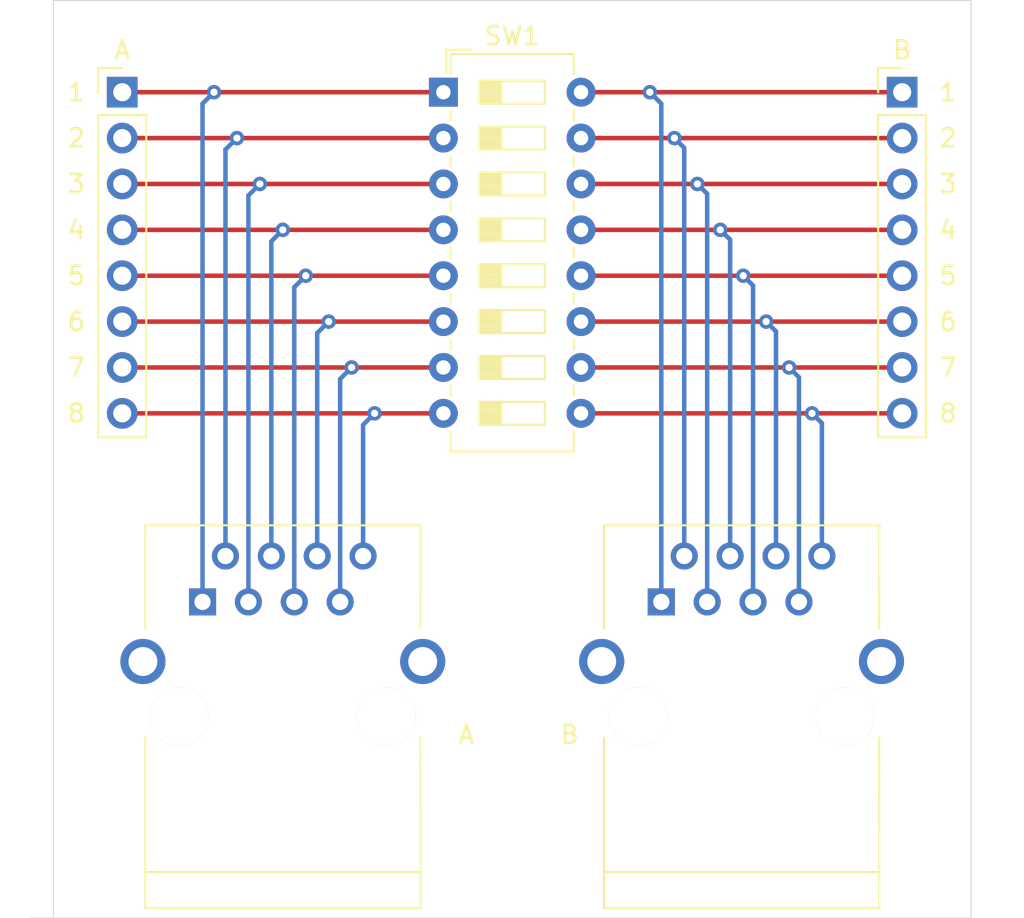
<source format=kicad_pcb>
(kicad_pcb (version 20171130) (host pcbnew 5.1.5-52549c5~84~ubuntu18.04.1)

  (general
    (thickness 1.6)
    (drawings 20)
    (tracks 66)
    (zones 0)
    (modules 5)
    (nets 17)
  )

  (page A4)
  (layers
    (0 F.Cu signal)
    (31 B.Cu signal)
    (32 B.Adhes user)
    (33 F.Adhes user)
    (34 B.Paste user)
    (35 F.Paste user)
    (36 B.SilkS user)
    (37 F.SilkS user)
    (38 B.Mask user)
    (39 F.Mask user)
    (40 Dwgs.User user)
    (41 Cmts.User user)
    (42 Eco1.User user)
    (43 Eco2.User user)
    (44 Edge.Cuts user)
    (45 Margin user)
    (46 B.CrtYd user)
    (47 F.CrtYd user)
    (48 B.Fab user)
    (49 F.Fab user)
  )

  (setup
    (last_trace_width 0.25)
    (trace_clearance 0.2)
    (zone_clearance 0.508)
    (zone_45_only no)
    (trace_min 0.2)
    (via_size 0.8)
    (via_drill 0.4)
    (via_min_size 0.4)
    (via_min_drill 0.3)
    (uvia_size 0.3)
    (uvia_drill 0.1)
    (uvias_allowed no)
    (uvia_min_size 0.2)
    (uvia_min_drill 0.1)
    (edge_width 0.05)
    (segment_width 0.2)
    (pcb_text_width 0.3)
    (pcb_text_size 1.5 1.5)
    (mod_edge_width 0.12)
    (mod_text_size 1 1)
    (mod_text_width 0.15)
    (pad_size 1.524 1.524)
    (pad_drill 0.762)
    (pad_to_mask_clearance 0.051)
    (solder_mask_min_width 0.25)
    (aux_axis_origin 0 0)
    (visible_elements FFFFFF7F)
    (pcbplotparams
      (layerselection 0x010fc_ffffffff)
      (usegerberextensions false)
      (usegerberattributes false)
      (usegerberadvancedattributes true)
      (creategerberjobfile true)
      (excludeedgelayer true)
      (linewidth 0.100000)
      (plotframeref false)
      (viasonmask false)
      (mode 1)
      (useauxorigin false)
      (hpglpennumber 1)
      (hpglpenspeed 20)
      (hpglpendiameter 15.000000)
      (psnegative false)
      (psa4output false)
      (plotreference true)
      (plotvalue true)
      (plotinvisibletext false)
      (padsonsilk false)
      (subtractmaskfromsilk false)
      (outputformat 1)
      (mirror false)
      (drillshape 0)
      (scaleselection 1)
      (outputdirectory "/data/custom/home/jhoersch/interceptor.gerber/"))
  )

  (net 0 "")
  (net 1 "Net-(J1-Pad1)")
  (net 2 "Net-(J1-Pad2)")
  (net 3 "Net-(J1-Pad3)")
  (net 4 "Net-(J1-Pad4)")
  (net 5 "Net-(J1-Pad5)")
  (net 6 "Net-(J1-Pad6)")
  (net 7 "Net-(J2-Pad1)")
  (net 8 "Net-(J2-Pad2)")
  (net 9 "Net-(J2-Pad3)")
  (net 10 "Net-(J2-Pad4)")
  (net 11 "Net-(J2-Pad5)")
  (net 12 "Net-(J2-Pad6)")
  (net 13 "Net-(J1-Pad8)")
  (net 14 "Net-(J1-Pad7)")
  (net 15 "Net-(J2-Pad8)")
  (net 16 "Net-(J2-Pad7)")

  (net_class Default "This is the default net class."
    (clearance 0.2)
    (trace_width 0.25)
    (via_dia 0.8)
    (via_drill 0.4)
    (uvia_dia 0.3)
    (uvia_drill 0.1)
    (add_net "Net-(J1-Pad1)")
    (add_net "Net-(J1-Pad2)")
    (add_net "Net-(J1-Pad3)")
    (add_net "Net-(J1-Pad4)")
    (add_net "Net-(J1-Pad5)")
    (add_net "Net-(J1-Pad6)")
    (add_net "Net-(J1-Pad7)")
    (add_net "Net-(J1-Pad8)")
    (add_net "Net-(J2-Pad1)")
    (add_net "Net-(J2-Pad2)")
    (add_net "Net-(J2-Pad3)")
    (add_net "Net-(J2-Pad4)")
    (add_net "Net-(J2-Pad5)")
    (add_net "Net-(J2-Pad6)")
    (add_net "Net-(J2-Pad7)")
    (add_net "Net-(J2-Pad8)")
  )

  (module Custom-Connectors:MEBP_8-8G (layer F.Cu) (tedit 5945BAB3) (tstamp 5E601C36)
    (at 316.23 306.07 180)
    (descr "RJ45 connector shielded")
    (tags RJ45)
    (path /5E601436)
    (fp_text reference B (at 9.525 7.62 180) (layer F.SilkS)
      (effects (font (size 1 1) (thickness 0.15)))
    )
    (fp_text value RJ45 (at -0.145 8.7106 180) (layer F.Fab)
      (effects (font (size 1 1) (thickness 0.15)))
    )
    (fp_line (start -8.015 -2.4994) (end 8.005 -2.4994) (layer F.CrtYd) (width 0.05))
    (fp_line (start -8.015 -2.4994) (end -8.015 19.5006) (layer F.CrtYd) (width 0.05))
    (fp_line (start 8.005 19.5006) (end 8.005 -2.4994) (layer F.CrtYd) (width 0.05))
    (fp_line (start 8.005 19.5206) (end -8.015 19.5206) (layer F.CrtYd) (width 0.05))
    (fp_line (start 7.615 7.4506) (end 7.615 -1.9994) (layer F.SilkS) (width 0.12))
    (fp_line (start -7.615 7.4406) (end -7.625 -1.9994) (layer F.SilkS) (width 0.12))
    (fp_line (start 7.615 19.2006) (end 7.615 13.5006) (layer F.SilkS) (width 0.12))
    (fp_line (start -7.625 19.2006) (end 7.615 19.2006) (layer F.SilkS) (width 0.12))
    (fp_line (start -7.625 19.2006) (end -7.615 13.5006) (layer F.SilkS) (width 0.12))
    (fp_line (start 7.615 -1.9994) (end -7.625 -1.9994) (layer F.SilkS) (width 0.12))
    (fp_line (start 7.6 0.0006) (end -7.6 0.0006) (layer F.SilkS) (width 0.12))
    (pad 9 thru_hole circle (at -7.745 11.6606) (size 2.5 2.5) (drill 1.6) (layers *.Cu *.Mask))
    (pad 8 thru_hole circle (at -4.445 17.5006) (size 1.5 1.5) (drill 0.9) (layers *.Cu *.Mask)
      (net 15 "Net-(J2-Pad8)"))
    (pad 7 thru_hole circle (at -3.175 14.9606) (size 1.5 1.5) (drill 0.9) (layers *.Cu *.Mask)
      (net 16 "Net-(J2-Pad7)"))
    (pad 6 thru_hole circle (at -1.905 17.5006) (size 1.5 1.5) (drill 0.9) (layers *.Cu *.Mask)
      (net 12 "Net-(J2-Pad6)"))
    (pad 5 thru_hole circle (at -0.635 14.9606) (size 1.5 1.5) (drill 0.9) (layers *.Cu *.Mask)
      (net 11 "Net-(J2-Pad5)"))
    (pad 4 thru_hole circle (at 0.635 17.5006) (size 1.5 1.5) (drill 0.9) (layers *.Cu *.Mask)
      (net 10 "Net-(J2-Pad4)"))
    (pad 3 thru_hole circle (at 1.905 14.9606) (size 1.5 1.5) (drill 0.9) (layers *.Cu *.Mask)
      (net 9 "Net-(J2-Pad3)"))
    (pad 2 thru_hole circle (at 3.175 17.5006) (size 1.5 1.5) (drill 0.9) (layers *.Cu *.Mask)
      (net 8 "Net-(J2-Pad2)"))
    (pad 1 thru_hole rect (at 4.445 14.9606) (size 1.5 1.5) (drill 0.9) (layers *.Cu *.Mask)
      (net 7 "Net-(J2-Pad1)"))
    (pad "" np_thru_hole circle (at 5.715 8.6106) (size 3.25 3.25) (drill 3.25) (layers *.Cu *.SilkS *.Mask))
    (pad "" np_thru_hole circle (at -5.715 8.6106) (size 3.25 3.25) (drill 3.25) (layers *.Cu *.SilkS *.Mask))
    (pad 9 thru_hole circle (at 7.745 11.6606) (size 2.5 2.5) (drill 1.6) (layers *.Cu *.Mask))
    (model Connectors.3dshapes/RJ45_8.wrl
      (offset (xyz 0 -8.585199871063233 0))
      (scale (xyz 0.4 0.4 0.4))
      (rotate (xyz 0 0 180))
    )
  )

  (module Custom-Connectors:MEBP_8-8G (layer F.Cu) (tedit 5945BAB3) (tstamp 5E601C14)
    (at 290.83 306.07 180)
    (descr "RJ45 connector shielded")
    (tags RJ45)
    (path /5E5FC4BB)
    (fp_text reference A (at -10.16 7.62 180) (layer F.SilkS)
      (effects (font (size 1 1) (thickness 0.15)))
    )
    (fp_text value RJ45 (at -0.145 8.7106 270) (layer F.Fab)
      (effects (font (size 1 1) (thickness 0.15)))
    )
    (fp_line (start -8.015 -2.4994) (end 8.005 -2.4994) (layer F.CrtYd) (width 0.05))
    (fp_line (start -8.015 -2.4994) (end -8.015 19.5006) (layer F.CrtYd) (width 0.05))
    (fp_line (start 8.005 19.5006) (end 8.005 -2.4994) (layer F.CrtYd) (width 0.05))
    (fp_line (start 8.005 19.5206) (end -8.015 19.5206) (layer F.CrtYd) (width 0.05))
    (fp_line (start 7.615 7.4506) (end 7.615 -1.9994) (layer F.SilkS) (width 0.12))
    (fp_line (start -7.615 7.4406) (end -7.625 -1.9994) (layer F.SilkS) (width 0.12))
    (fp_line (start 7.615 19.2006) (end 7.615 13.5006) (layer F.SilkS) (width 0.12))
    (fp_line (start -7.625 19.2006) (end 7.615 19.2006) (layer F.SilkS) (width 0.12))
    (fp_line (start -7.625 19.2006) (end -7.615 13.5006) (layer F.SilkS) (width 0.12))
    (fp_line (start 7.615 -1.9994) (end -7.625 -1.9994) (layer F.SilkS) (width 0.12))
    (fp_line (start 7.6 0.0006) (end -7.6 0.0006) (layer F.SilkS) (width 0.12))
    (pad 9 thru_hole circle (at -7.745 11.6606) (size 2.5 2.5) (drill 1.6) (layers *.Cu *.Mask))
    (pad 8 thru_hole circle (at -4.445 17.5006) (size 1.5 1.5) (drill 0.9) (layers *.Cu *.Mask)
      (net 13 "Net-(J1-Pad8)"))
    (pad 7 thru_hole circle (at -3.175 14.9606) (size 1.5 1.5) (drill 0.9) (layers *.Cu *.Mask)
      (net 14 "Net-(J1-Pad7)"))
    (pad 6 thru_hole circle (at -1.905 17.5006) (size 1.5 1.5) (drill 0.9) (layers *.Cu *.Mask)
      (net 6 "Net-(J1-Pad6)"))
    (pad 5 thru_hole circle (at -0.635 14.9606) (size 1.5 1.5) (drill 0.9) (layers *.Cu *.Mask)
      (net 5 "Net-(J1-Pad5)"))
    (pad 4 thru_hole circle (at 0.635 17.5006) (size 1.5 1.5) (drill 0.9) (layers *.Cu *.Mask)
      (net 4 "Net-(J1-Pad4)"))
    (pad 3 thru_hole circle (at 1.905 14.9606) (size 1.5 1.5) (drill 0.9) (layers *.Cu *.Mask)
      (net 3 "Net-(J1-Pad3)"))
    (pad 2 thru_hole circle (at 3.175 17.5006) (size 1.5 1.5) (drill 0.9) (layers *.Cu *.Mask)
      (net 2 "Net-(J1-Pad2)"))
    (pad 1 thru_hole rect (at 4.445 14.9606) (size 1.5 1.5) (drill 0.9) (layers *.Cu *.Mask)
      (net 1 "Net-(J1-Pad1)"))
    (pad "" np_thru_hole circle (at 5.715 8.6106) (size 3.25 3.25) (drill 3.25) (layers *.Cu *.SilkS *.Mask))
    (pad "" np_thru_hole circle (at -5.715 8.6106) (size 3.25 3.25) (drill 3.25) (layers *.Cu *.SilkS *.Mask))
    (pad 9 thru_hole circle (at 7.745 11.6606) (size 2.5 2.5) (drill 1.6) (layers *.Cu *.Mask))
    (model Connectors.3dshapes/RJ45_8.wrl
      (offset (xyz 0 -8.585199871063233 0))
      (scale (xyz 0.4 0.4 0.4))
      (rotate (xyz 0 0 180))
    )
  )

  (module Button_Switch_THT:SW_DIP_SPSTx08_Slide_6.7x21.88mm_W7.62mm_P2.54mm_LowProfile (layer F.Cu) (tedit 5A4E1405) (tstamp 5E6235B6)
    (at 299.72 262.89)
    (descr "8x-dip-switch SPST , Slide, row spacing 7.62 mm (300 mils), body size 6.7x21.88mm (see e.g. https://www.ctscorp.com/wp-content/uploads/209-210.pdf), LowProfile")
    (tags "DIP Switch SPST Slide 7.62mm 300mil LowProfile")
    (path /5E62CD48)
    (fp_text reference SW1 (at 3.81 -3.11) (layer F.SilkS)
      (effects (font (size 1 1) (thickness 0.15)))
    )
    (fp_text value SW_DIP_x08 (at 3.81 20.89) (layer F.Fab)
      (effects (font (size 1 1) (thickness 0.15)))
    )
    (fp_text user on (at 4.485 -1.3425) (layer F.Fab)
      (effects (font (size 0.8 0.8) (thickness 0.12)))
    )
    (fp_text user %R (at 6.39 8.89 90) (layer F.Fab)
      (effects (font (size 0.8 0.8) (thickness 0.12)))
    )
    (fp_line (start 8.7 -2.4) (end -1.1 -2.4) (layer F.CrtYd) (width 0.05))
    (fp_line (start 8.7 20.15) (end 8.7 -2.4) (layer F.CrtYd) (width 0.05))
    (fp_line (start -1.1 20.15) (end 8.7 20.15) (layer F.CrtYd) (width 0.05))
    (fp_line (start -1.1 -2.4) (end -1.1 20.15) (layer F.CrtYd) (width 0.05))
    (fp_line (start 3.206667 17.145) (end 3.206667 18.415) (layer F.SilkS) (width 0.12))
    (fp_line (start 2 18.345) (end 3.206667 18.345) (layer F.SilkS) (width 0.12))
    (fp_line (start 2 18.225) (end 3.206667 18.225) (layer F.SilkS) (width 0.12))
    (fp_line (start 2 18.105) (end 3.206667 18.105) (layer F.SilkS) (width 0.12))
    (fp_line (start 2 17.985) (end 3.206667 17.985) (layer F.SilkS) (width 0.12))
    (fp_line (start 2 17.865) (end 3.206667 17.865) (layer F.SilkS) (width 0.12))
    (fp_line (start 2 17.745) (end 3.206667 17.745) (layer F.SilkS) (width 0.12))
    (fp_line (start 2 17.625) (end 3.206667 17.625) (layer F.SilkS) (width 0.12))
    (fp_line (start 2 17.505) (end 3.206667 17.505) (layer F.SilkS) (width 0.12))
    (fp_line (start 2 17.385) (end 3.206667 17.385) (layer F.SilkS) (width 0.12))
    (fp_line (start 2 17.265) (end 3.206667 17.265) (layer F.SilkS) (width 0.12))
    (fp_line (start 5.62 17.145) (end 2 17.145) (layer F.SilkS) (width 0.12))
    (fp_line (start 5.62 18.415) (end 5.62 17.145) (layer F.SilkS) (width 0.12))
    (fp_line (start 2 18.415) (end 5.62 18.415) (layer F.SilkS) (width 0.12))
    (fp_line (start 2 17.145) (end 2 18.415) (layer F.SilkS) (width 0.12))
    (fp_line (start 3.206667 14.605) (end 3.206667 15.875) (layer F.SilkS) (width 0.12))
    (fp_line (start 2 15.805) (end 3.206667 15.805) (layer F.SilkS) (width 0.12))
    (fp_line (start 2 15.685) (end 3.206667 15.685) (layer F.SilkS) (width 0.12))
    (fp_line (start 2 15.565) (end 3.206667 15.565) (layer F.SilkS) (width 0.12))
    (fp_line (start 2 15.445) (end 3.206667 15.445) (layer F.SilkS) (width 0.12))
    (fp_line (start 2 15.325) (end 3.206667 15.325) (layer F.SilkS) (width 0.12))
    (fp_line (start 2 15.205) (end 3.206667 15.205) (layer F.SilkS) (width 0.12))
    (fp_line (start 2 15.085) (end 3.206667 15.085) (layer F.SilkS) (width 0.12))
    (fp_line (start 2 14.965) (end 3.206667 14.965) (layer F.SilkS) (width 0.12))
    (fp_line (start 2 14.845) (end 3.206667 14.845) (layer F.SilkS) (width 0.12))
    (fp_line (start 2 14.725) (end 3.206667 14.725) (layer F.SilkS) (width 0.12))
    (fp_line (start 5.62 14.605) (end 2 14.605) (layer F.SilkS) (width 0.12))
    (fp_line (start 5.62 15.875) (end 5.62 14.605) (layer F.SilkS) (width 0.12))
    (fp_line (start 2 15.875) (end 5.62 15.875) (layer F.SilkS) (width 0.12))
    (fp_line (start 2 14.605) (end 2 15.875) (layer F.SilkS) (width 0.12))
    (fp_line (start 3.206667 12.065) (end 3.206667 13.335) (layer F.SilkS) (width 0.12))
    (fp_line (start 2 13.265) (end 3.206667 13.265) (layer F.SilkS) (width 0.12))
    (fp_line (start 2 13.145) (end 3.206667 13.145) (layer F.SilkS) (width 0.12))
    (fp_line (start 2 13.025) (end 3.206667 13.025) (layer F.SilkS) (width 0.12))
    (fp_line (start 2 12.905) (end 3.206667 12.905) (layer F.SilkS) (width 0.12))
    (fp_line (start 2 12.785) (end 3.206667 12.785) (layer F.SilkS) (width 0.12))
    (fp_line (start 2 12.665) (end 3.206667 12.665) (layer F.SilkS) (width 0.12))
    (fp_line (start 2 12.545) (end 3.206667 12.545) (layer F.SilkS) (width 0.12))
    (fp_line (start 2 12.425) (end 3.206667 12.425) (layer F.SilkS) (width 0.12))
    (fp_line (start 2 12.305) (end 3.206667 12.305) (layer F.SilkS) (width 0.12))
    (fp_line (start 2 12.185) (end 3.206667 12.185) (layer F.SilkS) (width 0.12))
    (fp_line (start 5.62 12.065) (end 2 12.065) (layer F.SilkS) (width 0.12))
    (fp_line (start 5.62 13.335) (end 5.62 12.065) (layer F.SilkS) (width 0.12))
    (fp_line (start 2 13.335) (end 5.62 13.335) (layer F.SilkS) (width 0.12))
    (fp_line (start 2 12.065) (end 2 13.335) (layer F.SilkS) (width 0.12))
    (fp_line (start 3.206667 9.525) (end 3.206667 10.795) (layer F.SilkS) (width 0.12))
    (fp_line (start 2 10.725) (end 3.206667 10.725) (layer F.SilkS) (width 0.12))
    (fp_line (start 2 10.605) (end 3.206667 10.605) (layer F.SilkS) (width 0.12))
    (fp_line (start 2 10.485) (end 3.206667 10.485) (layer F.SilkS) (width 0.12))
    (fp_line (start 2 10.365) (end 3.206667 10.365) (layer F.SilkS) (width 0.12))
    (fp_line (start 2 10.245) (end 3.206667 10.245) (layer F.SilkS) (width 0.12))
    (fp_line (start 2 10.125) (end 3.206667 10.125) (layer F.SilkS) (width 0.12))
    (fp_line (start 2 10.005) (end 3.206667 10.005) (layer F.SilkS) (width 0.12))
    (fp_line (start 2 9.885) (end 3.206667 9.885) (layer F.SilkS) (width 0.12))
    (fp_line (start 2 9.765) (end 3.206667 9.765) (layer F.SilkS) (width 0.12))
    (fp_line (start 2 9.645) (end 3.206667 9.645) (layer F.SilkS) (width 0.12))
    (fp_line (start 5.62 9.525) (end 2 9.525) (layer F.SilkS) (width 0.12))
    (fp_line (start 5.62 10.795) (end 5.62 9.525) (layer F.SilkS) (width 0.12))
    (fp_line (start 2 10.795) (end 5.62 10.795) (layer F.SilkS) (width 0.12))
    (fp_line (start 2 9.525) (end 2 10.795) (layer F.SilkS) (width 0.12))
    (fp_line (start 3.206667 6.985) (end 3.206667 8.255) (layer F.SilkS) (width 0.12))
    (fp_line (start 2 8.185) (end 3.206667 8.185) (layer F.SilkS) (width 0.12))
    (fp_line (start 2 8.065) (end 3.206667 8.065) (layer F.SilkS) (width 0.12))
    (fp_line (start 2 7.945) (end 3.206667 7.945) (layer F.SilkS) (width 0.12))
    (fp_line (start 2 7.825) (end 3.206667 7.825) (layer F.SilkS) (width 0.12))
    (fp_line (start 2 7.705) (end 3.206667 7.705) (layer F.SilkS) (width 0.12))
    (fp_line (start 2 7.585) (end 3.206667 7.585) (layer F.SilkS) (width 0.12))
    (fp_line (start 2 7.465) (end 3.206667 7.465) (layer F.SilkS) (width 0.12))
    (fp_line (start 2 7.345) (end 3.206667 7.345) (layer F.SilkS) (width 0.12))
    (fp_line (start 2 7.225) (end 3.206667 7.225) (layer F.SilkS) (width 0.12))
    (fp_line (start 2 7.105) (end 3.206667 7.105) (layer F.SilkS) (width 0.12))
    (fp_line (start 5.62 6.985) (end 2 6.985) (layer F.SilkS) (width 0.12))
    (fp_line (start 5.62 8.255) (end 5.62 6.985) (layer F.SilkS) (width 0.12))
    (fp_line (start 2 8.255) (end 5.62 8.255) (layer F.SilkS) (width 0.12))
    (fp_line (start 2 6.985) (end 2 8.255) (layer F.SilkS) (width 0.12))
    (fp_line (start 3.206667 4.445) (end 3.206667 5.715) (layer F.SilkS) (width 0.12))
    (fp_line (start 2 5.645) (end 3.206667 5.645) (layer F.SilkS) (width 0.12))
    (fp_line (start 2 5.525) (end 3.206667 5.525) (layer F.SilkS) (width 0.12))
    (fp_line (start 2 5.405) (end 3.206667 5.405) (layer F.SilkS) (width 0.12))
    (fp_line (start 2 5.285) (end 3.206667 5.285) (layer F.SilkS) (width 0.12))
    (fp_line (start 2 5.165) (end 3.206667 5.165) (layer F.SilkS) (width 0.12))
    (fp_line (start 2 5.045) (end 3.206667 5.045) (layer F.SilkS) (width 0.12))
    (fp_line (start 2 4.925) (end 3.206667 4.925) (layer F.SilkS) (width 0.12))
    (fp_line (start 2 4.805) (end 3.206667 4.805) (layer F.SilkS) (width 0.12))
    (fp_line (start 2 4.685) (end 3.206667 4.685) (layer F.SilkS) (width 0.12))
    (fp_line (start 2 4.565) (end 3.206667 4.565) (layer F.SilkS) (width 0.12))
    (fp_line (start 5.62 4.445) (end 2 4.445) (layer F.SilkS) (width 0.12))
    (fp_line (start 5.62 5.715) (end 5.62 4.445) (layer F.SilkS) (width 0.12))
    (fp_line (start 2 5.715) (end 5.62 5.715) (layer F.SilkS) (width 0.12))
    (fp_line (start 2 4.445) (end 2 5.715) (layer F.SilkS) (width 0.12))
    (fp_line (start 3.206667 1.905) (end 3.206667 3.175) (layer F.SilkS) (width 0.12))
    (fp_line (start 2 3.105) (end 3.206667 3.105) (layer F.SilkS) (width 0.12))
    (fp_line (start 2 2.985) (end 3.206667 2.985) (layer F.SilkS) (width 0.12))
    (fp_line (start 2 2.865) (end 3.206667 2.865) (layer F.SilkS) (width 0.12))
    (fp_line (start 2 2.745) (end 3.206667 2.745) (layer F.SilkS) (width 0.12))
    (fp_line (start 2 2.625) (end 3.206667 2.625) (layer F.SilkS) (width 0.12))
    (fp_line (start 2 2.505) (end 3.206667 2.505) (layer F.SilkS) (width 0.12))
    (fp_line (start 2 2.385) (end 3.206667 2.385) (layer F.SilkS) (width 0.12))
    (fp_line (start 2 2.265) (end 3.206667 2.265) (layer F.SilkS) (width 0.12))
    (fp_line (start 2 2.145) (end 3.206667 2.145) (layer F.SilkS) (width 0.12))
    (fp_line (start 2 2.025) (end 3.206667 2.025) (layer F.SilkS) (width 0.12))
    (fp_line (start 5.62 1.905) (end 2 1.905) (layer F.SilkS) (width 0.12))
    (fp_line (start 5.62 3.175) (end 5.62 1.905) (layer F.SilkS) (width 0.12))
    (fp_line (start 2 3.175) (end 5.62 3.175) (layer F.SilkS) (width 0.12))
    (fp_line (start 2 1.905) (end 2 3.175) (layer F.SilkS) (width 0.12))
    (fp_line (start 3.206667 -0.635) (end 3.206667 0.635) (layer F.SilkS) (width 0.12))
    (fp_line (start 2 0.565) (end 3.206667 0.565) (layer F.SilkS) (width 0.12))
    (fp_line (start 2 0.445) (end 3.206667 0.445) (layer F.SilkS) (width 0.12))
    (fp_line (start 2 0.325) (end 3.206667 0.325) (layer F.SilkS) (width 0.12))
    (fp_line (start 2 0.205) (end 3.206667 0.205) (layer F.SilkS) (width 0.12))
    (fp_line (start 2 0.085) (end 3.206667 0.085) (layer F.SilkS) (width 0.12))
    (fp_line (start 2 -0.035) (end 3.206667 -0.035) (layer F.SilkS) (width 0.12))
    (fp_line (start 2 -0.155) (end 3.206667 -0.155) (layer F.SilkS) (width 0.12))
    (fp_line (start 2 -0.275) (end 3.206667 -0.275) (layer F.SilkS) (width 0.12))
    (fp_line (start 2 -0.395) (end 3.206667 -0.395) (layer F.SilkS) (width 0.12))
    (fp_line (start 2 -0.515) (end 3.206667 -0.515) (layer F.SilkS) (width 0.12))
    (fp_line (start 5.62 -0.635) (end 2 -0.635) (layer F.SilkS) (width 0.12))
    (fp_line (start 5.62 0.635) (end 5.62 -0.635) (layer F.SilkS) (width 0.12))
    (fp_line (start 2 0.635) (end 5.62 0.635) (layer F.SilkS) (width 0.12))
    (fp_line (start 2 -0.635) (end 2 0.635) (layer F.SilkS) (width 0.12))
    (fp_line (start 0.16 -2.35) (end 0.16 -1.04) (layer F.SilkS) (width 0.12))
    (fp_line (start 0.16 -2.35) (end 1.543 -2.35) (layer F.SilkS) (width 0.12))
    (fp_line (start 7.221 0.991) (end 7.221 1.551) (layer F.SilkS) (width 0.12))
    (fp_line (start 7.221 -2.11) (end 7.221 -0.99) (layer F.SilkS) (width 0.12))
    (fp_line (start 7.221 3.531) (end 7.221 4.091) (layer F.SilkS) (width 0.12))
    (fp_line (start 7.221 6.071) (end 7.221 6.631) (layer F.SilkS) (width 0.12))
    (fp_line (start 7.221 8.611) (end 7.221 9.171) (layer F.SilkS) (width 0.12))
    (fp_line (start 7.221 11.151) (end 7.221 11.711) (layer F.SilkS) (width 0.12))
    (fp_line (start 7.221 13.691) (end 7.221 14.251) (layer F.SilkS) (width 0.12))
    (fp_line (start 7.221 16.231) (end 7.221 16.79) (layer F.SilkS) (width 0.12))
    (fp_line (start 7.221 18.771) (end 7.221 19.891) (layer F.SilkS) (width 0.12))
    (fp_line (start 0.4 18.77) (end 0.4 19.891) (layer F.SilkS) (width 0.12))
    (fp_line (start 0.4 16.23) (end 0.4 16.79) (layer F.SilkS) (width 0.12))
    (fp_line (start 0.4 13.69) (end 0.4 14.25) (layer F.SilkS) (width 0.12))
    (fp_line (start 0.4 11.15) (end 0.4 11.71) (layer F.SilkS) (width 0.12))
    (fp_line (start 0.4 8.61) (end 0.4 9.17) (layer F.SilkS) (width 0.12))
    (fp_line (start 0.4 6.07) (end 0.4 6.631) (layer F.SilkS) (width 0.12))
    (fp_line (start 0.4 3.53) (end 0.4 4.091) (layer F.SilkS) (width 0.12))
    (fp_line (start 0.4 1.04) (end 0.4 1.551) (layer F.SilkS) (width 0.12))
    (fp_line (start 0.4 -2.11) (end 0.4 -1.04) (layer F.SilkS) (width 0.12))
    (fp_line (start 0.4 19.891) (end 7.221 19.891) (layer F.SilkS) (width 0.12))
    (fp_line (start 0.4 -2.11) (end 7.221 -2.11) (layer F.SilkS) (width 0.12))
    (fp_line (start 3.206667 17.145) (end 3.206667 18.415) (layer F.Fab) (width 0.1))
    (fp_line (start 2 18.345) (end 3.206667 18.345) (layer F.Fab) (width 0.1))
    (fp_line (start 2 18.245) (end 3.206667 18.245) (layer F.Fab) (width 0.1))
    (fp_line (start 2 18.145) (end 3.206667 18.145) (layer F.Fab) (width 0.1))
    (fp_line (start 2 18.045) (end 3.206667 18.045) (layer F.Fab) (width 0.1))
    (fp_line (start 2 17.945) (end 3.206667 17.945) (layer F.Fab) (width 0.1))
    (fp_line (start 2 17.845) (end 3.206667 17.845) (layer F.Fab) (width 0.1))
    (fp_line (start 2 17.745) (end 3.206667 17.745) (layer F.Fab) (width 0.1))
    (fp_line (start 2 17.645) (end 3.206667 17.645) (layer F.Fab) (width 0.1))
    (fp_line (start 2 17.545) (end 3.206667 17.545) (layer F.Fab) (width 0.1))
    (fp_line (start 2 17.445) (end 3.206667 17.445) (layer F.Fab) (width 0.1))
    (fp_line (start 2 17.345) (end 3.206667 17.345) (layer F.Fab) (width 0.1))
    (fp_line (start 2 17.245) (end 3.206667 17.245) (layer F.Fab) (width 0.1))
    (fp_line (start 5.62 17.145) (end 2 17.145) (layer F.Fab) (width 0.1))
    (fp_line (start 5.62 18.415) (end 5.62 17.145) (layer F.Fab) (width 0.1))
    (fp_line (start 2 18.415) (end 5.62 18.415) (layer F.Fab) (width 0.1))
    (fp_line (start 2 17.145) (end 2 18.415) (layer F.Fab) (width 0.1))
    (fp_line (start 3.206667 14.605) (end 3.206667 15.875) (layer F.Fab) (width 0.1))
    (fp_line (start 2 15.805) (end 3.206667 15.805) (layer F.Fab) (width 0.1))
    (fp_line (start 2 15.705) (end 3.206667 15.705) (layer F.Fab) (width 0.1))
    (fp_line (start 2 15.605) (end 3.206667 15.605) (layer F.Fab) (width 0.1))
    (fp_line (start 2 15.505) (end 3.206667 15.505) (layer F.Fab) (width 0.1))
    (fp_line (start 2 15.405) (end 3.206667 15.405) (layer F.Fab) (width 0.1))
    (fp_line (start 2 15.305) (end 3.206667 15.305) (layer F.Fab) (width 0.1))
    (fp_line (start 2 15.205) (end 3.206667 15.205) (layer F.Fab) (width 0.1))
    (fp_line (start 2 15.105) (end 3.206667 15.105) (layer F.Fab) (width 0.1))
    (fp_line (start 2 15.005) (end 3.206667 15.005) (layer F.Fab) (width 0.1))
    (fp_line (start 2 14.905) (end 3.206667 14.905) (layer F.Fab) (width 0.1))
    (fp_line (start 2 14.805) (end 3.206667 14.805) (layer F.Fab) (width 0.1))
    (fp_line (start 2 14.705) (end 3.206667 14.705) (layer F.Fab) (width 0.1))
    (fp_line (start 5.62 14.605) (end 2 14.605) (layer F.Fab) (width 0.1))
    (fp_line (start 5.62 15.875) (end 5.62 14.605) (layer F.Fab) (width 0.1))
    (fp_line (start 2 15.875) (end 5.62 15.875) (layer F.Fab) (width 0.1))
    (fp_line (start 2 14.605) (end 2 15.875) (layer F.Fab) (width 0.1))
    (fp_line (start 3.206667 12.065) (end 3.206667 13.335) (layer F.Fab) (width 0.1))
    (fp_line (start 2 13.265) (end 3.206667 13.265) (layer F.Fab) (width 0.1))
    (fp_line (start 2 13.165) (end 3.206667 13.165) (layer F.Fab) (width 0.1))
    (fp_line (start 2 13.065) (end 3.206667 13.065) (layer F.Fab) (width 0.1))
    (fp_line (start 2 12.965) (end 3.206667 12.965) (layer F.Fab) (width 0.1))
    (fp_line (start 2 12.865) (end 3.206667 12.865) (layer F.Fab) (width 0.1))
    (fp_line (start 2 12.765) (end 3.206667 12.765) (layer F.Fab) (width 0.1))
    (fp_line (start 2 12.665) (end 3.206667 12.665) (layer F.Fab) (width 0.1))
    (fp_line (start 2 12.565) (end 3.206667 12.565) (layer F.Fab) (width 0.1))
    (fp_line (start 2 12.465) (end 3.206667 12.465) (layer F.Fab) (width 0.1))
    (fp_line (start 2 12.365) (end 3.206667 12.365) (layer F.Fab) (width 0.1))
    (fp_line (start 2 12.265) (end 3.206667 12.265) (layer F.Fab) (width 0.1))
    (fp_line (start 2 12.165) (end 3.206667 12.165) (layer F.Fab) (width 0.1))
    (fp_line (start 5.62 12.065) (end 2 12.065) (layer F.Fab) (width 0.1))
    (fp_line (start 5.62 13.335) (end 5.62 12.065) (layer F.Fab) (width 0.1))
    (fp_line (start 2 13.335) (end 5.62 13.335) (layer F.Fab) (width 0.1))
    (fp_line (start 2 12.065) (end 2 13.335) (layer F.Fab) (width 0.1))
    (fp_line (start 3.206667 9.525) (end 3.206667 10.795) (layer F.Fab) (width 0.1))
    (fp_line (start 2 10.725) (end 3.206667 10.725) (layer F.Fab) (width 0.1))
    (fp_line (start 2 10.625) (end 3.206667 10.625) (layer F.Fab) (width 0.1))
    (fp_line (start 2 10.525) (end 3.206667 10.525) (layer F.Fab) (width 0.1))
    (fp_line (start 2 10.425) (end 3.206667 10.425) (layer F.Fab) (width 0.1))
    (fp_line (start 2 10.325) (end 3.206667 10.325) (layer F.Fab) (width 0.1))
    (fp_line (start 2 10.225) (end 3.206667 10.225) (layer F.Fab) (width 0.1))
    (fp_line (start 2 10.125) (end 3.206667 10.125) (layer F.Fab) (width 0.1))
    (fp_line (start 2 10.025) (end 3.206667 10.025) (layer F.Fab) (width 0.1))
    (fp_line (start 2 9.925) (end 3.206667 9.925) (layer F.Fab) (width 0.1))
    (fp_line (start 2 9.825) (end 3.206667 9.825) (layer F.Fab) (width 0.1))
    (fp_line (start 2 9.725) (end 3.206667 9.725) (layer F.Fab) (width 0.1))
    (fp_line (start 2 9.625) (end 3.206667 9.625) (layer F.Fab) (width 0.1))
    (fp_line (start 5.62 9.525) (end 2 9.525) (layer F.Fab) (width 0.1))
    (fp_line (start 5.62 10.795) (end 5.62 9.525) (layer F.Fab) (width 0.1))
    (fp_line (start 2 10.795) (end 5.62 10.795) (layer F.Fab) (width 0.1))
    (fp_line (start 2 9.525) (end 2 10.795) (layer F.Fab) (width 0.1))
    (fp_line (start 3.206667 6.985) (end 3.206667 8.255) (layer F.Fab) (width 0.1))
    (fp_line (start 2 8.185) (end 3.206667 8.185) (layer F.Fab) (width 0.1))
    (fp_line (start 2 8.085) (end 3.206667 8.085) (layer F.Fab) (width 0.1))
    (fp_line (start 2 7.985) (end 3.206667 7.985) (layer F.Fab) (width 0.1))
    (fp_line (start 2 7.885) (end 3.206667 7.885) (layer F.Fab) (width 0.1))
    (fp_line (start 2 7.785) (end 3.206667 7.785) (layer F.Fab) (width 0.1))
    (fp_line (start 2 7.685) (end 3.206667 7.685) (layer F.Fab) (width 0.1))
    (fp_line (start 2 7.585) (end 3.206667 7.585) (layer F.Fab) (width 0.1))
    (fp_line (start 2 7.485) (end 3.206667 7.485) (layer F.Fab) (width 0.1))
    (fp_line (start 2 7.385) (end 3.206667 7.385) (layer F.Fab) (width 0.1))
    (fp_line (start 2 7.285) (end 3.206667 7.285) (layer F.Fab) (width 0.1))
    (fp_line (start 2 7.185) (end 3.206667 7.185) (layer F.Fab) (width 0.1))
    (fp_line (start 2 7.085) (end 3.206667 7.085) (layer F.Fab) (width 0.1))
    (fp_line (start 5.62 6.985) (end 2 6.985) (layer F.Fab) (width 0.1))
    (fp_line (start 5.62 8.255) (end 5.62 6.985) (layer F.Fab) (width 0.1))
    (fp_line (start 2 8.255) (end 5.62 8.255) (layer F.Fab) (width 0.1))
    (fp_line (start 2 6.985) (end 2 8.255) (layer F.Fab) (width 0.1))
    (fp_line (start 3.206667 4.445) (end 3.206667 5.715) (layer F.Fab) (width 0.1))
    (fp_line (start 2 5.645) (end 3.206667 5.645) (layer F.Fab) (width 0.1))
    (fp_line (start 2 5.545) (end 3.206667 5.545) (layer F.Fab) (width 0.1))
    (fp_line (start 2 5.445) (end 3.206667 5.445) (layer F.Fab) (width 0.1))
    (fp_line (start 2 5.345) (end 3.206667 5.345) (layer F.Fab) (width 0.1))
    (fp_line (start 2 5.245) (end 3.206667 5.245) (layer F.Fab) (width 0.1))
    (fp_line (start 2 5.145) (end 3.206667 5.145) (layer F.Fab) (width 0.1))
    (fp_line (start 2 5.045) (end 3.206667 5.045) (layer F.Fab) (width 0.1))
    (fp_line (start 2 4.945) (end 3.206667 4.945) (layer F.Fab) (width 0.1))
    (fp_line (start 2 4.845) (end 3.206667 4.845) (layer F.Fab) (width 0.1))
    (fp_line (start 2 4.745) (end 3.206667 4.745) (layer F.Fab) (width 0.1))
    (fp_line (start 2 4.645) (end 3.206667 4.645) (layer F.Fab) (width 0.1))
    (fp_line (start 2 4.545) (end 3.206667 4.545) (layer F.Fab) (width 0.1))
    (fp_line (start 5.62 4.445) (end 2 4.445) (layer F.Fab) (width 0.1))
    (fp_line (start 5.62 5.715) (end 5.62 4.445) (layer F.Fab) (width 0.1))
    (fp_line (start 2 5.715) (end 5.62 5.715) (layer F.Fab) (width 0.1))
    (fp_line (start 2 4.445) (end 2 5.715) (layer F.Fab) (width 0.1))
    (fp_line (start 3.206667 1.905) (end 3.206667 3.175) (layer F.Fab) (width 0.1))
    (fp_line (start 2 3.105) (end 3.206667 3.105) (layer F.Fab) (width 0.1))
    (fp_line (start 2 3.005) (end 3.206667 3.005) (layer F.Fab) (width 0.1))
    (fp_line (start 2 2.905) (end 3.206667 2.905) (layer F.Fab) (width 0.1))
    (fp_line (start 2 2.805) (end 3.206667 2.805) (layer F.Fab) (width 0.1))
    (fp_line (start 2 2.705) (end 3.206667 2.705) (layer F.Fab) (width 0.1))
    (fp_line (start 2 2.605) (end 3.206667 2.605) (layer F.Fab) (width 0.1))
    (fp_line (start 2 2.505) (end 3.206667 2.505) (layer F.Fab) (width 0.1))
    (fp_line (start 2 2.405) (end 3.206667 2.405) (layer F.Fab) (width 0.1))
    (fp_line (start 2 2.305) (end 3.206667 2.305) (layer F.Fab) (width 0.1))
    (fp_line (start 2 2.205) (end 3.206667 2.205) (layer F.Fab) (width 0.1))
    (fp_line (start 2 2.105) (end 3.206667 2.105) (layer F.Fab) (width 0.1))
    (fp_line (start 2 2.005) (end 3.206667 2.005) (layer F.Fab) (width 0.1))
    (fp_line (start 5.62 1.905) (end 2 1.905) (layer F.Fab) (width 0.1))
    (fp_line (start 5.62 3.175) (end 5.62 1.905) (layer F.Fab) (width 0.1))
    (fp_line (start 2 3.175) (end 5.62 3.175) (layer F.Fab) (width 0.1))
    (fp_line (start 2 1.905) (end 2 3.175) (layer F.Fab) (width 0.1))
    (fp_line (start 3.206667 -0.635) (end 3.206667 0.635) (layer F.Fab) (width 0.1))
    (fp_line (start 2 0.565) (end 3.206667 0.565) (layer F.Fab) (width 0.1))
    (fp_line (start 2 0.465) (end 3.206667 0.465) (layer F.Fab) (width 0.1))
    (fp_line (start 2 0.365) (end 3.206667 0.365) (layer F.Fab) (width 0.1))
    (fp_line (start 2 0.265) (end 3.206667 0.265) (layer F.Fab) (width 0.1))
    (fp_line (start 2 0.165) (end 3.206667 0.165) (layer F.Fab) (width 0.1))
    (fp_line (start 2 0.065) (end 3.206667 0.065) (layer F.Fab) (width 0.1))
    (fp_line (start 2 -0.035) (end 3.206667 -0.035) (layer F.Fab) (width 0.1))
    (fp_line (start 2 -0.135) (end 3.206667 -0.135) (layer F.Fab) (width 0.1))
    (fp_line (start 2 -0.235) (end 3.206667 -0.235) (layer F.Fab) (width 0.1))
    (fp_line (start 2 -0.335) (end 3.206667 -0.335) (layer F.Fab) (width 0.1))
    (fp_line (start 2 -0.435) (end 3.206667 -0.435) (layer F.Fab) (width 0.1))
    (fp_line (start 2 -0.535) (end 3.206667 -0.535) (layer F.Fab) (width 0.1))
    (fp_line (start 5.62 -0.635) (end 2 -0.635) (layer F.Fab) (width 0.1))
    (fp_line (start 5.62 0.635) (end 5.62 -0.635) (layer F.Fab) (width 0.1))
    (fp_line (start 2 0.635) (end 5.62 0.635) (layer F.Fab) (width 0.1))
    (fp_line (start 2 -0.635) (end 2 0.635) (layer F.Fab) (width 0.1))
    (fp_line (start 0.46 -1.05) (end 1.46 -2.05) (layer F.Fab) (width 0.1))
    (fp_line (start 0.46 19.83) (end 0.46 -1.05) (layer F.Fab) (width 0.1))
    (fp_line (start 7.16 19.83) (end 0.46 19.83) (layer F.Fab) (width 0.1))
    (fp_line (start 7.16 -2.05) (end 7.16 19.83) (layer F.Fab) (width 0.1))
    (fp_line (start 1.46 -2.05) (end 7.16 -2.05) (layer F.Fab) (width 0.1))
    (pad 16 thru_hole oval (at 7.62 0) (size 1.6 1.6) (drill 0.8) (layers *.Cu *.Mask)
      (net 7 "Net-(J2-Pad1)"))
    (pad 8 thru_hole oval (at 0 17.78) (size 1.6 1.6) (drill 0.8) (layers *.Cu *.Mask)
      (net 13 "Net-(J1-Pad8)"))
    (pad 15 thru_hole oval (at 7.62 2.54) (size 1.6 1.6) (drill 0.8) (layers *.Cu *.Mask)
      (net 8 "Net-(J2-Pad2)"))
    (pad 7 thru_hole oval (at 0 15.24) (size 1.6 1.6) (drill 0.8) (layers *.Cu *.Mask)
      (net 14 "Net-(J1-Pad7)"))
    (pad 14 thru_hole oval (at 7.62 5.08) (size 1.6 1.6) (drill 0.8) (layers *.Cu *.Mask)
      (net 9 "Net-(J2-Pad3)"))
    (pad 6 thru_hole oval (at 0 12.7) (size 1.6 1.6) (drill 0.8) (layers *.Cu *.Mask)
      (net 6 "Net-(J1-Pad6)"))
    (pad 13 thru_hole oval (at 7.62 7.62) (size 1.6 1.6) (drill 0.8) (layers *.Cu *.Mask)
      (net 10 "Net-(J2-Pad4)"))
    (pad 5 thru_hole oval (at 0 10.16) (size 1.6 1.6) (drill 0.8) (layers *.Cu *.Mask)
      (net 5 "Net-(J1-Pad5)"))
    (pad 12 thru_hole oval (at 7.62 10.16) (size 1.6 1.6) (drill 0.8) (layers *.Cu *.Mask)
      (net 11 "Net-(J2-Pad5)"))
    (pad 4 thru_hole oval (at 0 7.62) (size 1.6 1.6) (drill 0.8) (layers *.Cu *.Mask)
      (net 4 "Net-(J1-Pad4)"))
    (pad 11 thru_hole oval (at 7.62 12.7) (size 1.6 1.6) (drill 0.8) (layers *.Cu *.Mask)
      (net 12 "Net-(J2-Pad6)"))
    (pad 3 thru_hole oval (at 0 5.08) (size 1.6 1.6) (drill 0.8) (layers *.Cu *.Mask)
      (net 3 "Net-(J1-Pad3)"))
    (pad 10 thru_hole oval (at 7.62 15.24) (size 1.6 1.6) (drill 0.8) (layers *.Cu *.Mask)
      (net 16 "Net-(J2-Pad7)"))
    (pad 2 thru_hole oval (at 0 2.54) (size 1.6 1.6) (drill 0.8) (layers *.Cu *.Mask)
      (net 2 "Net-(J1-Pad2)"))
    (pad 9 thru_hole oval (at 7.62 17.78) (size 1.6 1.6) (drill 0.8) (layers *.Cu *.Mask)
      (net 15 "Net-(J2-Pad8)"))
    (pad 1 thru_hole rect (at 0 0) (size 1.6 1.6) (drill 0.8) (layers *.Cu *.Mask)
      (net 1 "Net-(J1-Pad1)"))
    (model ${KISYS3DMOD}/Button_Switch_THT.3dshapes/SW_DIP_SPSTx08_Slide_6.7x21.88mm_W7.62mm_P2.54mm_LowProfile.wrl
      (at (xyz 0 0 0))
      (scale (xyz 1 1 1))
      (rotate (xyz 0 0 90))
    )
  )

  (module Connector_PinHeader_2.54mm:PinHeader_1x08_P2.54mm_Vertical (layer F.Cu) (tedit 59FED5CC) (tstamp 5E623FCF)
    (at 325.12 262.89)
    (descr "Through hole straight pin header, 1x08, 2.54mm pitch, single row")
    (tags "Through hole pin header THT 1x08 2.54mm single row")
    (path /5E650B12)
    (fp_text reference B (at 0 -2.33) (layer F.SilkS)
      (effects (font (size 1 1) (thickness 0.15)))
    )
    (fp_text value Conn_01x08_Male (at 0 20.11) (layer F.Fab)
      (effects (font (size 1 1) (thickness 0.15)))
    )
    (fp_text user %R (at 0 8.89 90) (layer F.Fab)
      (effects (font (size 1 1) (thickness 0.15)))
    )
    (fp_line (start 1.8 -1.8) (end -1.8 -1.8) (layer F.CrtYd) (width 0.05))
    (fp_line (start 1.8 19.55) (end 1.8 -1.8) (layer F.CrtYd) (width 0.05))
    (fp_line (start -1.8 19.55) (end 1.8 19.55) (layer F.CrtYd) (width 0.05))
    (fp_line (start -1.8 -1.8) (end -1.8 19.55) (layer F.CrtYd) (width 0.05))
    (fp_line (start -1.33 -1.33) (end 0 -1.33) (layer F.SilkS) (width 0.12))
    (fp_line (start -1.33 0) (end -1.33 -1.33) (layer F.SilkS) (width 0.12))
    (fp_line (start -1.33 1.27) (end 1.33 1.27) (layer F.SilkS) (width 0.12))
    (fp_line (start 1.33 1.27) (end 1.33 19.11) (layer F.SilkS) (width 0.12))
    (fp_line (start -1.33 1.27) (end -1.33 19.11) (layer F.SilkS) (width 0.12))
    (fp_line (start -1.33 19.11) (end 1.33 19.11) (layer F.SilkS) (width 0.12))
    (fp_line (start -1.27 -0.635) (end -0.635 -1.27) (layer F.Fab) (width 0.1))
    (fp_line (start -1.27 19.05) (end -1.27 -0.635) (layer F.Fab) (width 0.1))
    (fp_line (start 1.27 19.05) (end -1.27 19.05) (layer F.Fab) (width 0.1))
    (fp_line (start 1.27 -1.27) (end 1.27 19.05) (layer F.Fab) (width 0.1))
    (fp_line (start -0.635 -1.27) (end 1.27 -1.27) (layer F.Fab) (width 0.1))
    (pad 8 thru_hole oval (at 0 17.78) (size 1.7 1.7) (drill 1) (layers *.Cu *.Mask)
      (net 15 "Net-(J2-Pad8)"))
    (pad 7 thru_hole oval (at 0 15.24) (size 1.7 1.7) (drill 1) (layers *.Cu *.Mask)
      (net 16 "Net-(J2-Pad7)"))
    (pad 6 thru_hole oval (at 0 12.7) (size 1.7 1.7) (drill 1) (layers *.Cu *.Mask)
      (net 12 "Net-(J2-Pad6)"))
    (pad 5 thru_hole oval (at 0 10.16) (size 1.7 1.7) (drill 1) (layers *.Cu *.Mask)
      (net 11 "Net-(J2-Pad5)"))
    (pad 4 thru_hole oval (at 0 7.62) (size 1.7 1.7) (drill 1) (layers *.Cu *.Mask)
      (net 10 "Net-(J2-Pad4)"))
    (pad 3 thru_hole oval (at 0 5.08) (size 1.7 1.7) (drill 1) (layers *.Cu *.Mask)
      (net 9 "Net-(J2-Pad3)"))
    (pad 2 thru_hole oval (at 0 2.54) (size 1.7 1.7) (drill 1) (layers *.Cu *.Mask)
      (net 8 "Net-(J2-Pad2)"))
    (pad 1 thru_hole rect (at 0 0) (size 1.7 1.7) (drill 1) (layers *.Cu *.Mask)
      (net 7 "Net-(J2-Pad1)"))
    (model ${KISYS3DMOD}/Connector_PinHeader_2.54mm.3dshapes/PinHeader_1x08_P2.54mm_Vertical.wrl
      (at (xyz 0 0 0))
      (scale (xyz 1 1 1))
      (rotate (xyz 0 0 0))
    )
  )

  (module Connector_PinHeader_2.54mm:PinHeader_1x08_P2.54mm_Vertical (layer F.Cu) (tedit 59FED5CC) (tstamp 5E623465)
    (at 281.94 262.89)
    (descr "Through hole straight pin header, 1x08, 2.54mm pitch, single row")
    (tags "Through hole pin header THT 1x08 2.54mm single row")
    (path /5E64206E)
    (fp_text reference A (at 0 -2.33) (layer F.SilkS)
      (effects (font (size 1 1) (thickness 0.15)))
    )
    (fp_text value Conn_01x08_Male (at 0 20.11) (layer F.Fab)
      (effects (font (size 1 1) (thickness 0.15)))
    )
    (fp_text user %R (at 0 8.89 90) (layer F.Fab)
      (effects (font (size 1 1) (thickness 0.15)))
    )
    (fp_line (start 1.8 -1.8) (end -1.8 -1.8) (layer F.CrtYd) (width 0.05))
    (fp_line (start 1.8 19.55) (end 1.8 -1.8) (layer F.CrtYd) (width 0.05))
    (fp_line (start -1.8 19.55) (end 1.8 19.55) (layer F.CrtYd) (width 0.05))
    (fp_line (start -1.8 -1.8) (end -1.8 19.55) (layer F.CrtYd) (width 0.05))
    (fp_line (start -1.33 -1.33) (end 0 -1.33) (layer F.SilkS) (width 0.12))
    (fp_line (start -1.33 0) (end -1.33 -1.33) (layer F.SilkS) (width 0.12))
    (fp_line (start -1.33 1.27) (end 1.33 1.27) (layer F.SilkS) (width 0.12))
    (fp_line (start 1.33 1.27) (end 1.33 19.11) (layer F.SilkS) (width 0.12))
    (fp_line (start -1.33 1.27) (end -1.33 19.11) (layer F.SilkS) (width 0.12))
    (fp_line (start -1.33 19.11) (end 1.33 19.11) (layer F.SilkS) (width 0.12))
    (fp_line (start -1.27 -0.635) (end -0.635 -1.27) (layer F.Fab) (width 0.1))
    (fp_line (start -1.27 19.05) (end -1.27 -0.635) (layer F.Fab) (width 0.1))
    (fp_line (start 1.27 19.05) (end -1.27 19.05) (layer F.Fab) (width 0.1))
    (fp_line (start 1.27 -1.27) (end 1.27 19.05) (layer F.Fab) (width 0.1))
    (fp_line (start -0.635 -1.27) (end 1.27 -1.27) (layer F.Fab) (width 0.1))
    (pad 8 thru_hole oval (at 0 17.78) (size 1.7 1.7) (drill 1) (layers *.Cu *.Mask)
      (net 13 "Net-(J1-Pad8)"))
    (pad 7 thru_hole oval (at 0 15.24) (size 1.7 1.7) (drill 1) (layers *.Cu *.Mask)
      (net 14 "Net-(J1-Pad7)"))
    (pad 6 thru_hole oval (at 0 12.7) (size 1.7 1.7) (drill 1) (layers *.Cu *.Mask)
      (net 6 "Net-(J1-Pad6)"))
    (pad 5 thru_hole oval (at 0 10.16) (size 1.7 1.7) (drill 1) (layers *.Cu *.Mask)
      (net 5 "Net-(J1-Pad5)"))
    (pad 4 thru_hole oval (at 0 7.62) (size 1.7 1.7) (drill 1) (layers *.Cu *.Mask)
      (net 4 "Net-(J1-Pad4)"))
    (pad 3 thru_hole oval (at 0 5.08) (size 1.7 1.7) (drill 1) (layers *.Cu *.Mask)
      (net 3 "Net-(J1-Pad3)"))
    (pad 2 thru_hole oval (at 0 2.54) (size 1.7 1.7) (drill 1) (layers *.Cu *.Mask)
      (net 2 "Net-(J1-Pad2)"))
    (pad 1 thru_hole rect (at 0 0) (size 1.7 1.7) (drill 1) (layers *.Cu *.Mask)
      (net 1 "Net-(J1-Pad1)"))
    (model ${KISYS3DMOD}/Connector_PinHeader_2.54mm.3dshapes/PinHeader_1x08_P2.54mm_Vertical.wrl
      (at (xyz 0 0 0))
      (scale (xyz 1 1 1))
      (rotate (xyz 0 0 0))
    )
  )

  (gr_line (start 278.13 308.61) (end 278.13 257.81) (layer Edge.Cuts) (width 0.05) (tstamp 5E642B90))
  (gr_line (start 328.93 308.61) (end 276.86 308.61) (layer Edge.Cuts) (width 0.05))
  (gr_line (start 328.93 257.81) (end 328.93 308.61) (layer Edge.Cuts) (width 0.05))
  (gr_line (start 278.13 257.81) (end 328.93 257.81) (layer Edge.Cuts) (width 0.05))
  (gr_text 8 (at 279.4 280.67) (layer F.SilkS)
    (effects (font (size 1 1) (thickness 0.15)))
  )
  (gr_text 7 (at 279.4 278.13) (layer F.SilkS)
    (effects (font (size 1 1) (thickness 0.15)))
  )
  (gr_text 6 (at 279.4 275.59) (layer F.SilkS)
    (effects (font (size 1 1) (thickness 0.15)))
  )
  (gr_text 5 (at 279.4 273.05) (layer F.SilkS)
    (effects (font (size 1 1) (thickness 0.15)))
  )
  (gr_text 4 (at 279.4 270.51) (layer F.SilkS)
    (effects (font (size 1 1) (thickness 0.15)))
  )
  (gr_text 3 (at 279.4 267.97) (layer F.SilkS)
    (effects (font (size 1 1) (thickness 0.15)))
  )
  (gr_text 2 (at 279.4 265.43) (layer F.SilkS)
    (effects (font (size 1 1) (thickness 0.15)))
  )
  (gr_text 1 (at 279.4 262.89) (layer F.SilkS)
    (effects (font (size 1 1) (thickness 0.15)))
  )
  (gr_text 8 (at 327.66 280.67) (layer F.SilkS)
    (effects (font (size 1 1) (thickness 0.15)))
  )
  (gr_text 7 (at 327.66 278.13) (layer F.SilkS)
    (effects (font (size 1 1) (thickness 0.15)))
  )
  (gr_text 6 (at 327.66 275.59) (layer F.SilkS)
    (effects (font (size 1 1) (thickness 0.15)))
  )
  (gr_text 5 (at 327.66 273.05) (layer F.SilkS)
    (effects (font (size 1 1) (thickness 0.15)))
  )
  (gr_text 4 (at 327.66 270.51) (layer F.SilkS)
    (effects (font (size 1 1) (thickness 0.15)))
  )
  (gr_text 3 (at 327.66 267.97) (layer F.SilkS)
    (effects (font (size 1 1) (thickness 0.15)))
  )
  (gr_text 2 (at 327.66 265.43) (layer F.SilkS)
    (effects (font (size 1 1) (thickness 0.15)))
  )
  (gr_text 1 (at 327.66 262.89) (layer F.SilkS)
    (effects (font (size 1 1) (thickness 0.15)))
  )

  (segment (start 298.67 262.89) (end 299.72 262.89) (width 0.25) (layer F.Cu) (net 1))
  (segment (start 281.94 262.89) (end 299.72 262.89) (width 0.25) (layer F.Cu) (net 1))
  (segment (start 286.385 291.1094) (end 286.385 263.525) (width 0.25) (layer B.Cu) (net 1))
  (via (at 287.02 262.89) (size 0.8) (drill 0.4) (layers F.Cu B.Cu) (net 1))
  (segment (start 286.385 263.525) (end 287.02 262.89) (width 0.25) (layer B.Cu) (net 1))
  (segment (start 281.94 265.43) (end 299.72 265.43) (width 0.25) (layer F.Cu) (net 2))
  (via (at 288.29 265.43) (size 0.8) (drill 0.4) (layers F.Cu B.Cu) (net 2))
  (segment (start 287.655 288.5694) (end 287.655 266.065) (width 0.25) (layer B.Cu) (net 2))
  (segment (start 287.655 266.065) (end 288.29 265.43) (width 0.25) (layer B.Cu) (net 2))
  (segment (start 281.94 267.97) (end 299.72 267.97) (width 0.25) (layer F.Cu) (net 3))
  (via (at 289.56 267.97) (size 0.8) (drill 0.4) (layers F.Cu B.Cu) (net 3))
  (segment (start 288.925 291.1094) (end 288.925 268.605) (width 0.25) (layer B.Cu) (net 3))
  (segment (start 288.925 268.605) (end 289.56 267.97) (width 0.25) (layer B.Cu) (net 3))
  (segment (start 281.94 270.51) (end 299.72 270.51) (width 0.25) (layer F.Cu) (net 4))
  (via (at 290.83 270.51) (size 0.8) (drill 0.4) (layers F.Cu B.Cu) (net 4))
  (segment (start 290.195 288.5694) (end 290.195 271.145) (width 0.25) (layer B.Cu) (net 4))
  (segment (start 290.195 271.145) (end 290.83 270.51) (width 0.25) (layer B.Cu) (net 4))
  (segment (start 281.94 273.05) (end 299.72 273.05) (width 0.25) (layer F.Cu) (net 5))
  (via (at 292.1 273.05) (size 0.8) (drill 0.4) (layers F.Cu B.Cu) (net 5))
  (segment (start 291.465 291.1094) (end 291.465 273.685) (width 0.25) (layer B.Cu) (net 5))
  (segment (start 291.465 273.685) (end 292.1 273.05) (width 0.25) (layer B.Cu) (net 5))
  (segment (start 281.94 275.59) (end 299.72 275.59) (width 0.25) (layer F.Cu) (net 6))
  (via (at 293.37 275.59) (size 0.8) (drill 0.4) (layers F.Cu B.Cu) (net 6))
  (segment (start 292.735 288.5694) (end 292.735 276.225) (width 0.25) (layer B.Cu) (net 6))
  (segment (start 292.735 276.225) (end 293.37 275.59) (width 0.25) (layer B.Cu) (net 6))
  (segment (start 307.34 262.89) (end 325.12 262.89) (width 0.25) (layer F.Cu) (net 7))
  (via (at 311.15 262.89) (size 0.8) (drill 0.4) (layers F.Cu B.Cu) (net 7))
  (segment (start 311.785 291.1094) (end 311.785 263.525) (width 0.25) (layer B.Cu) (net 7))
  (segment (start 311.785 263.525) (end 311.15 262.89) (width 0.25) (layer B.Cu) (net 7))
  (segment (start 307.34 265.43) (end 325.12 265.43) (width 0.25) (layer F.Cu) (net 8))
  (via (at 312.51 265.43) (size 0.8) (drill 0.4) (layers F.Cu B.Cu) (net 8))
  (segment (start 313.055 288.5694) (end 313.055 265.975) (width 0.25) (layer B.Cu) (net 8))
  (segment (start 313.055 265.975) (end 312.51 265.43) (width 0.25) (layer B.Cu) (net 8))
  (segment (start 307.34 267.97) (end 325.12 267.97) (width 0.25) (layer F.Cu) (net 9))
  (via (at 313.78 267.97) (size 0.8) (drill 0.4) (layers F.Cu B.Cu) (net 9))
  (segment (start 314.325 291.1094) (end 314.325 268.515) (width 0.25) (layer B.Cu) (net 9))
  (segment (start 314.325 268.515) (end 313.78 267.97) (width 0.25) (layer B.Cu) (net 9))
  (segment (start 307.34 270.51) (end 325.12 270.51) (width 0.25) (layer F.Cu) (net 10))
  (via (at 315.05 270.51) (size 0.8) (drill 0.4) (layers F.Cu B.Cu) (net 10))
  (segment (start 315.595 288.5694) (end 315.595 271.055) (width 0.25) (layer B.Cu) (net 10))
  (segment (start 315.595 271.055) (end 315.05 270.51) (width 0.25) (layer B.Cu) (net 10))
  (segment (start 307.34 273.05) (end 325.12 273.05) (width 0.25) (layer F.Cu) (net 11))
  (via (at 316.32 273.05) (size 0.8) (drill 0.4) (layers F.Cu B.Cu) (net 11))
  (segment (start 316.865 291.1094) (end 316.865 273.595) (width 0.25) (layer B.Cu) (net 11))
  (segment (start 316.865 273.595) (end 316.32 273.05) (width 0.25) (layer B.Cu) (net 11))
  (segment (start 307.34 275.59) (end 325.12 275.59) (width 0.25) (layer F.Cu) (net 12))
  (via (at 317.59 275.59) (size 0.8) (drill 0.4) (layers F.Cu B.Cu) (net 12))
  (segment (start 318.135 288.5694) (end 318.135 276.135) (width 0.25) (layer B.Cu) (net 12))
  (segment (start 318.135 276.135) (end 317.59 275.59) (width 0.25) (layer B.Cu) (net 12))
  (segment (start 281.94 280.67) (end 299.72 280.67) (width 0.25) (layer F.Cu) (net 13))
  (segment (start 295.275 288.5694) (end 295.275 281.305) (width 0.25) (layer B.Cu) (net 13))
  (via (at 295.91 280.67) (size 0.8) (drill 0.4) (layers F.Cu B.Cu) (net 13))
  (segment (start 295.275 281.305) (end 295.91 280.67) (width 0.25) (layer B.Cu) (net 13))
  (via (at 294.64 278.13) (size 0.8) (drill 0.4) (layers F.Cu B.Cu) (net 14))
  (segment (start 294.005 278.765) (end 294.64 278.13) (width 0.25) (layer B.Cu) (net 14))
  (segment (start 294.005 291.1094) (end 294.005 278.765) (width 0.25) (layer B.Cu) (net 14))
  (segment (start 281.94 278.13) (end 294.64 278.13) (width 0.25) (layer F.Cu) (net 14))
  (segment (start 294.64 278.13) (end 299.72 278.13) (width 0.25) (layer F.Cu) (net 14))
  (segment (start 307.34 280.67) (end 325.12 280.67) (width 0.25) (layer F.Cu) (net 15))
  (via (at 320.13 280.67) (size 0.8) (drill 0.4) (layers F.Cu B.Cu) (net 15))
  (segment (start 320.675 288.5694) (end 320.675 281.215) (width 0.25) (layer B.Cu) (net 15))
  (segment (start 320.675 281.215) (end 320.13 280.67) (width 0.25) (layer B.Cu) (net 15))
  (segment (start 307.34 278.13) (end 325.12 278.13) (width 0.25) (layer F.Cu) (net 16))
  (via (at 318.86 278.13) (size 0.8) (drill 0.4) (layers F.Cu B.Cu) (net 16))
  (segment (start 319.405 291.1094) (end 319.405 278.675) (width 0.25) (layer B.Cu) (net 16))
  (segment (start 319.405 278.675) (end 318.86 278.13) (width 0.25) (layer B.Cu) (net 16))

)

</source>
